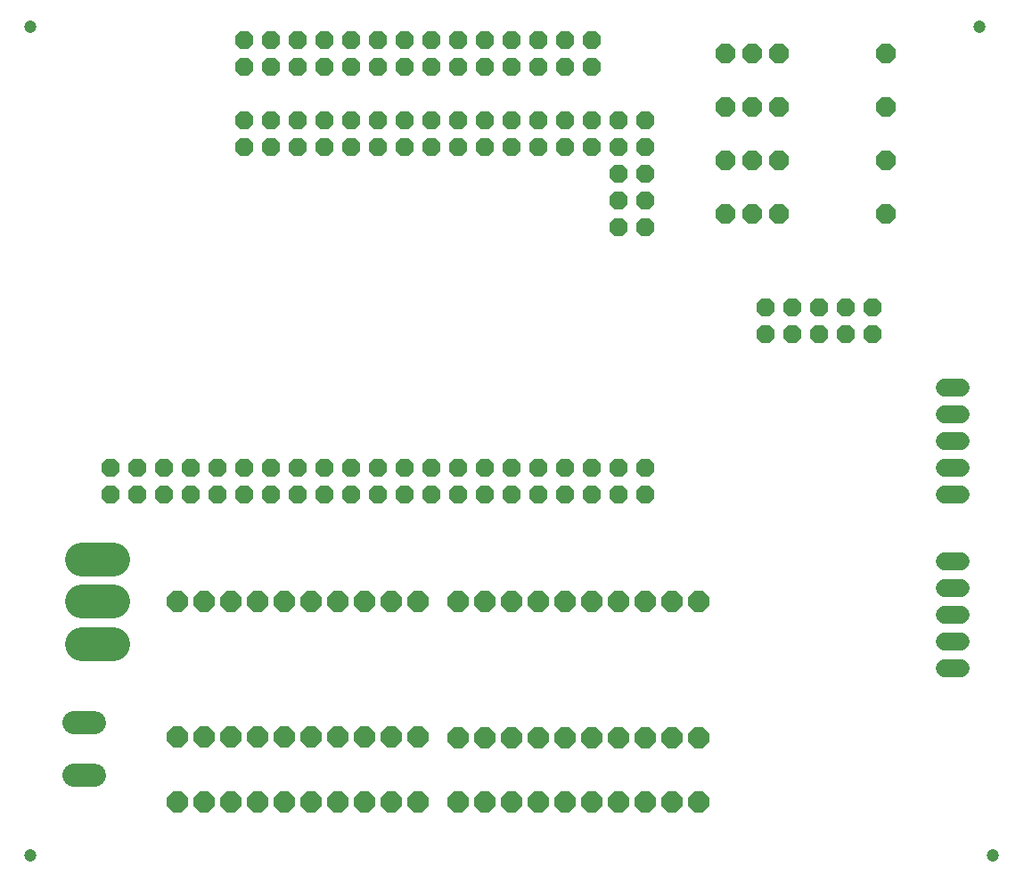
<source format=gbr>
G04 EAGLE Gerber RS-274X export*
G75*
%MOMM*%
%FSLAX34Y34*%
%LPD*%
%INSoldermask Bottom*%
%IPPOS*%
%AMOC8*
5,1,8,0,0,1.08239X$1,22.5*%
G01*
%ADD10C,1.203200*%
%ADD11C,1.727200*%
%ADD12P,2.034460X8X22.500000*%
%ADD13P,2.144431X8X112.500000*%
%ADD14C,3.213100*%
%ADD15P,1.852186X8X22.500000*%
%ADD16P,1.869504X8X22.500000*%
%ADD17C,2.184400*%


D10*
X-12700Y838200D03*
X-12700Y50800D03*
X901700Y50800D03*
X889000Y838200D03*
D11*
X871220Y330200D02*
X855980Y330200D01*
X855980Y304800D02*
X871220Y304800D01*
X871220Y279400D02*
X855980Y279400D01*
X855980Y254000D02*
X871220Y254000D01*
X871220Y228600D02*
X855980Y228600D01*
X855980Y393700D02*
X871220Y393700D01*
X871220Y419100D02*
X855980Y419100D01*
X855980Y444500D02*
X871220Y444500D01*
X871220Y469900D02*
X855980Y469900D01*
X855980Y495300D02*
X871220Y495300D01*
D12*
X647700Y812800D03*
X673100Y812800D03*
X647700Y762000D03*
X673100Y762000D03*
X647700Y711200D03*
X673100Y711200D03*
X647700Y660400D03*
X673100Y660400D03*
D13*
X127000Y163830D03*
X152400Y163830D03*
X177800Y163830D03*
X203200Y163830D03*
X228600Y163830D03*
X254000Y163830D03*
X279400Y163830D03*
X304800Y163830D03*
X330200Y163830D03*
X355600Y163830D03*
X127000Y292100D03*
X152400Y292100D03*
X177800Y292100D03*
X203200Y292100D03*
X228600Y292100D03*
X254000Y292100D03*
X279400Y292100D03*
X304800Y292100D03*
X330200Y292100D03*
X355600Y292100D03*
D12*
X698500Y812800D03*
X800100Y812800D03*
X698500Y762000D03*
X800100Y762000D03*
X698500Y711200D03*
X800100Y711200D03*
X698500Y660400D03*
X800100Y660400D03*
D14*
X65850Y251968D02*
X35751Y251968D01*
X35751Y292100D02*
X65850Y292100D01*
X65850Y332232D02*
X35751Y332232D01*
D15*
X63500Y419100D03*
X88900Y419100D03*
X114300Y419100D03*
X139700Y419100D03*
X165100Y419100D03*
X190500Y419100D03*
X215900Y419100D03*
X241300Y419100D03*
X266700Y419100D03*
X292100Y419100D03*
X317500Y419100D03*
X342900Y419100D03*
X368300Y419100D03*
X393700Y419100D03*
X419100Y419100D03*
X444500Y419100D03*
X469900Y419100D03*
X495300Y419100D03*
X520700Y419100D03*
X546100Y419100D03*
X571500Y419100D03*
X63500Y393700D03*
X88900Y393700D03*
X114300Y393700D03*
X139700Y393700D03*
X165100Y393700D03*
X190500Y393700D03*
X215900Y393700D03*
X241300Y393700D03*
X266700Y393700D03*
X292100Y393700D03*
X317500Y393700D03*
X342900Y393700D03*
X368300Y393700D03*
X393700Y393700D03*
X419100Y393700D03*
X444500Y393700D03*
X469900Y393700D03*
X495300Y393700D03*
X520700Y393700D03*
X546100Y393700D03*
X571500Y393700D03*
X571500Y749300D03*
X571500Y723900D03*
X546100Y749300D03*
X546100Y723900D03*
X520700Y749300D03*
X520700Y723900D03*
X495300Y749300D03*
X495300Y723900D03*
X469900Y749300D03*
X469900Y723900D03*
X444500Y749300D03*
X444500Y723900D03*
X419100Y749300D03*
X419100Y723900D03*
X393700Y749300D03*
X393700Y723900D03*
X368300Y749300D03*
X368300Y723900D03*
X342900Y749300D03*
X342900Y723900D03*
X317500Y749300D03*
X317500Y723900D03*
X292100Y749300D03*
X292100Y723900D03*
X266700Y749300D03*
X266700Y723900D03*
X241300Y749300D03*
X241300Y723900D03*
X215900Y749300D03*
X215900Y723900D03*
X190500Y749300D03*
X190500Y723900D03*
X546100Y698500D03*
X571500Y698500D03*
X546100Y673100D03*
X546100Y647700D03*
X571500Y673100D03*
X571500Y647700D03*
D16*
X685800Y546100D03*
X711200Y546100D03*
X736600Y546100D03*
X762000Y546100D03*
X787400Y546100D03*
X685800Y571500D03*
X711200Y571500D03*
X736600Y571500D03*
X762000Y571500D03*
X787400Y571500D03*
D13*
X127000Y101600D03*
X152400Y101600D03*
X177800Y101600D03*
X203200Y101600D03*
X228600Y101600D03*
X254000Y101600D03*
X279400Y101600D03*
X304800Y101600D03*
X330200Y101600D03*
X355600Y101600D03*
X393700Y101600D03*
X419100Y101600D03*
X444500Y101600D03*
X469900Y101600D03*
X495300Y101600D03*
X520700Y101600D03*
X546100Y101600D03*
X571500Y101600D03*
X596900Y101600D03*
X622300Y101600D03*
X393700Y162560D03*
X419100Y162560D03*
X444500Y162560D03*
X469900Y162560D03*
X495300Y162560D03*
X520700Y162560D03*
X546100Y162560D03*
X571500Y162560D03*
X596900Y162560D03*
X622300Y162560D03*
X393700Y292100D03*
X419100Y292100D03*
X444500Y292100D03*
X469900Y292100D03*
X495300Y292100D03*
X520700Y292100D03*
X546100Y292100D03*
X571500Y292100D03*
X596900Y292100D03*
X622300Y292100D03*
D17*
X48006Y177546D02*
X28194Y177546D01*
X28194Y127508D02*
X48006Y127508D01*
D16*
X190500Y800100D03*
X190500Y825500D03*
X215900Y800100D03*
X215900Y825500D03*
X241300Y800100D03*
X241300Y825500D03*
X266700Y800100D03*
X266700Y825500D03*
X292100Y800100D03*
X292100Y825500D03*
X317500Y800100D03*
X317500Y825500D03*
X342900Y800100D03*
X342900Y825500D03*
X368300Y800100D03*
X368300Y825500D03*
X393700Y800100D03*
X393700Y825500D03*
X419100Y800100D03*
X419100Y825500D03*
X444500Y800100D03*
X444500Y825500D03*
X469900Y800100D03*
X469900Y825500D03*
X495300Y800100D03*
X495300Y825500D03*
X520700Y800100D03*
X520700Y825500D03*
M02*

</source>
